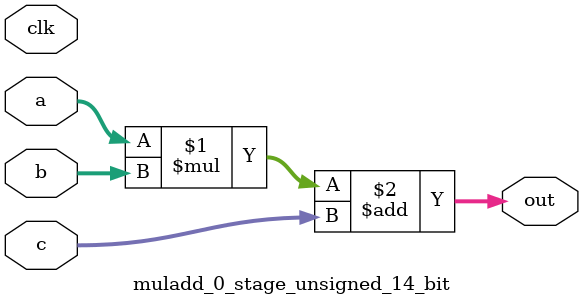
<source format=sv>
(* use_dsp = "yes" *) module muladd_0_stage_unsigned_14_bit(
	input  [13:0] a,
	input  [13:0] b,
	input  [13:0] c,
	output [13:0] out,
	input clk);

	assign out = (a * b) + c;
endmodule

</source>
